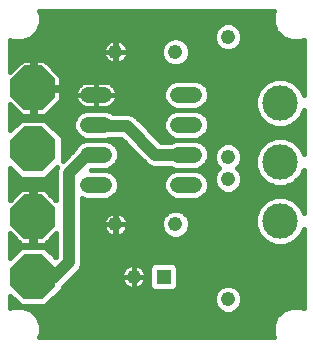
<source format=gbl>
G75*
G70*
%OFA0B0*%
%FSLAX24Y24*%
%IPPOS*%
%LPD*%
%AMOC8*
5,1,8,0,0,1.08239X$1,22.5*
%
%ADD10C,0.0520*%
%ADD11C,0.0476*%
%ADD12R,0.0476X0.0476*%
%ADD13C,0.1181*%
%ADD14OC8,0.1500*%
%ADD15C,0.0400*%
%ADD16C,0.0160*%
D10*
X003274Y005667D02*
X003794Y005667D01*
X003794Y006667D02*
X003274Y006667D01*
X003274Y007667D02*
X003794Y007667D01*
X003794Y008667D02*
X003274Y008667D01*
X006274Y008667D02*
X006794Y008667D01*
X006794Y007667D02*
X006274Y007667D01*
X006274Y006667D02*
X006794Y006667D01*
X006794Y005667D02*
X006274Y005667D01*
D11*
X006181Y004351D03*
X004783Y002603D03*
X004181Y004351D03*
X007931Y005851D03*
X007931Y006601D03*
X006181Y010101D03*
X007931Y010601D03*
X004181Y010101D03*
X007931Y001851D03*
D12*
X005783Y002603D03*
D13*
X009660Y004465D03*
X009660Y006434D03*
X009660Y008402D03*
D14*
X001445Y008883D03*
X001431Y006851D03*
X001431Y004601D03*
X001431Y002601D03*
D15*
X001481Y002551D01*
X002106Y002551D01*
X002631Y003076D01*
X002631Y006051D01*
X003247Y006667D01*
X003534Y006667D01*
X003575Y007626D02*
X003534Y007667D01*
X003575Y007626D02*
X004556Y007626D01*
X005515Y006667D01*
X006534Y006667D01*
D16*
X000661Y001971D02*
X000661Y001557D01*
X000781Y001606D01*
X001082Y001606D01*
X001359Y001491D01*
X001572Y001279D01*
X001687Y001001D01*
X001687Y000700D01*
X001637Y000581D01*
X009475Y000581D01*
X009426Y000700D01*
X009426Y001001D01*
X009541Y001279D01*
X009753Y001491D01*
X010031Y001606D01*
X010332Y001606D01*
X010451Y001557D01*
X010451Y004205D01*
X010364Y003995D01*
X010131Y003761D01*
X009826Y003635D01*
X009495Y003635D01*
X009190Y003761D01*
X008956Y003995D01*
X008830Y004300D01*
X008830Y004631D01*
X008956Y004936D01*
X009190Y005169D01*
X009495Y005296D01*
X009826Y005296D01*
X010131Y005169D01*
X010364Y004936D01*
X010451Y004726D01*
X010451Y006173D01*
X010364Y005963D01*
X010131Y005730D01*
X009826Y005603D01*
X009495Y005603D01*
X009190Y005730D01*
X008956Y005963D01*
X008830Y006269D01*
X008830Y006599D01*
X008956Y006904D01*
X009190Y007138D01*
X009495Y007264D01*
X009826Y007264D01*
X010131Y007138D01*
X010364Y006904D01*
X010451Y006694D01*
X010451Y008142D01*
X010364Y007932D01*
X010131Y007698D01*
X009826Y007572D01*
X009495Y007572D01*
X009190Y007698D01*
X008956Y007932D01*
X008830Y008237D01*
X008830Y008568D01*
X008956Y008873D01*
X009190Y009106D01*
X009495Y009233D01*
X009826Y009233D01*
X010131Y009106D01*
X010364Y008873D01*
X010451Y008663D01*
X010451Y010495D01*
X010332Y010445D01*
X010031Y010445D01*
X009753Y010560D01*
X009541Y010773D01*
X009426Y011050D01*
X009426Y011351D01*
X009475Y011471D01*
X001637Y011471D01*
X001687Y011351D01*
X001687Y011050D01*
X001572Y010773D01*
X001359Y010560D01*
X001082Y010445D01*
X000781Y010445D01*
X000661Y010495D01*
X000661Y009414D01*
X001060Y009813D01*
X001388Y009813D01*
X001388Y008941D01*
X001503Y008941D01*
X001503Y009813D01*
X001831Y009813D01*
X002375Y009268D01*
X002375Y008940D01*
X001503Y008940D01*
X001503Y008825D01*
X001503Y007953D01*
X001831Y007953D01*
X002375Y008498D01*
X002375Y008825D01*
X001503Y008825D01*
X001388Y008825D01*
X001388Y007953D01*
X001060Y007953D01*
X000661Y008352D01*
X000661Y007481D01*
X001021Y007841D01*
X001841Y007841D01*
X002421Y007261D01*
X002421Y006463D01*
X002810Y006851D01*
X002851Y006950D01*
X002991Y007091D01*
X003175Y007167D01*
X003894Y007167D01*
X003940Y007186D01*
X004374Y007186D01*
X005266Y006294D01*
X005428Y006227D01*
X005603Y006227D01*
X006030Y006227D01*
X006175Y006167D01*
X006894Y006167D01*
X007078Y006243D01*
X007218Y006384D01*
X007294Y006567D01*
X007294Y006766D01*
X007218Y006950D01*
X007078Y007091D01*
X006894Y007167D01*
X007078Y007243D01*
X007218Y007384D01*
X007294Y007567D01*
X007294Y007766D01*
X007218Y007950D01*
X007078Y008091D01*
X006894Y008167D01*
X007078Y008243D01*
X007218Y008384D01*
X007294Y008567D01*
X007294Y008766D01*
X007218Y008950D01*
X007078Y009091D01*
X006894Y009167D01*
X006175Y009167D01*
X005991Y009091D01*
X005851Y008950D01*
X005774Y008766D01*
X005774Y008567D01*
X005851Y008384D01*
X005991Y008243D01*
X006175Y008167D01*
X006894Y008167D01*
X006175Y008167D01*
X005991Y008091D01*
X005851Y007950D01*
X005774Y007766D01*
X005774Y007567D01*
X005851Y007384D01*
X005991Y007243D01*
X006175Y007167D01*
X006894Y007167D01*
X006175Y007167D01*
X006030Y007107D01*
X005698Y007107D01*
X004929Y007875D01*
X004806Y007999D01*
X004644Y008066D01*
X004102Y008066D01*
X004078Y008091D01*
X003894Y008167D01*
X003175Y008167D01*
X002991Y008091D01*
X002851Y007950D01*
X002774Y007766D01*
X002774Y007567D01*
X002851Y007384D01*
X002991Y007243D01*
X003175Y007167D01*
X003894Y007167D01*
X004078Y007091D01*
X004218Y006950D01*
X004294Y006766D01*
X004294Y006567D01*
X004218Y006384D01*
X004078Y006243D01*
X003894Y006167D01*
X003370Y006167D01*
X003370Y006167D01*
X003894Y006167D01*
X004078Y006091D01*
X004218Y005950D01*
X004294Y005766D01*
X004294Y005567D01*
X004218Y005384D01*
X004078Y005243D01*
X003894Y005167D01*
X003175Y005167D01*
X003071Y005210D01*
X003071Y003163D01*
X003071Y002988D01*
X003004Y002827D01*
X002479Y002302D01*
X002421Y002244D01*
X002421Y002191D01*
X001841Y001611D01*
X001021Y001611D01*
X000661Y001971D01*
X000661Y001845D02*
X000787Y001845D01*
X000661Y001686D02*
X000946Y001686D01*
X001272Y001528D02*
X007579Y001528D01*
X007526Y001580D02*
X007661Y001446D01*
X007836Y001373D01*
X008026Y001373D01*
X008202Y001446D01*
X008336Y001580D01*
X008409Y001756D01*
X008409Y001946D01*
X008336Y002121D01*
X008202Y002256D01*
X008026Y002329D01*
X007836Y002329D01*
X007661Y002256D01*
X007526Y002121D01*
X007454Y001946D01*
X007454Y001756D01*
X007526Y001580D01*
X007482Y001686D02*
X001917Y001686D01*
X002075Y001845D02*
X007454Y001845D01*
X007477Y002003D02*
X002234Y002003D01*
X002393Y002162D02*
X005409Y002162D01*
X005410Y002161D02*
X005498Y002125D01*
X006069Y002125D01*
X006157Y002161D01*
X006225Y002229D01*
X006261Y002317D01*
X006261Y002888D01*
X006225Y002976D01*
X006157Y003044D01*
X006069Y003081D01*
X005498Y003081D01*
X005410Y003044D01*
X005342Y002976D01*
X005306Y002888D01*
X005306Y002317D01*
X005342Y002229D01*
X005410Y002161D01*
X005306Y002320D02*
X005092Y002320D01*
X005102Y002331D02*
X005141Y002384D01*
X005171Y002442D01*
X005191Y002505D01*
X005201Y002570D01*
X005201Y002603D01*
X005201Y002636D01*
X005191Y002701D01*
X005171Y002763D01*
X005141Y002822D01*
X005102Y002875D01*
X005056Y002921D01*
X005002Y002960D01*
X004944Y002990D01*
X004881Y003010D01*
X004816Y003021D01*
X004784Y003021D01*
X004784Y002603D01*
X005201Y002603D01*
X004784Y002603D01*
X004784Y002603D01*
X004783Y002603D01*
X004783Y002603D01*
X004366Y002603D01*
X004366Y002636D01*
X004376Y002701D01*
X004396Y002763D01*
X004426Y002822D01*
X004465Y002875D01*
X004511Y002921D01*
X004564Y002960D01*
X004623Y002990D01*
X004686Y003010D01*
X004750Y003021D01*
X004783Y003021D01*
X004783Y002603D01*
X004366Y002603D01*
X004366Y002570D01*
X004376Y002505D01*
X004396Y002442D01*
X004426Y002384D01*
X004465Y002331D01*
X004511Y002284D01*
X004564Y002245D01*
X004623Y002216D01*
X004686Y002195D01*
X004750Y002185D01*
X004783Y002185D01*
X004783Y002602D01*
X004784Y002602D01*
X004784Y002185D01*
X004816Y002185D01*
X004881Y002195D01*
X004944Y002216D01*
X005002Y002245D01*
X005056Y002284D01*
X005102Y002331D01*
X005182Y002479D02*
X005306Y002479D01*
X005306Y002637D02*
X005201Y002637D01*
X005154Y002796D02*
X005306Y002796D01*
X005333Y002955D02*
X005010Y002955D01*
X004784Y002955D02*
X004783Y002955D01*
X004783Y002796D02*
X004784Y002796D01*
X004783Y002637D02*
X004784Y002637D01*
X004783Y002479D02*
X004784Y002479D01*
X004783Y002320D02*
X004784Y002320D01*
X004475Y002320D02*
X002498Y002320D01*
X002657Y002479D02*
X004384Y002479D01*
X004366Y002637D02*
X002815Y002637D01*
X002974Y002796D02*
X004413Y002796D01*
X004557Y002955D02*
X003057Y002955D01*
X003071Y003113D02*
X010451Y003113D01*
X010451Y002955D02*
X006234Y002955D01*
X006261Y002796D02*
X010451Y002796D01*
X010451Y002637D02*
X006261Y002637D01*
X006261Y002479D02*
X010451Y002479D01*
X010451Y002320D02*
X008046Y002320D01*
X007817Y002320D02*
X006261Y002320D01*
X006157Y002162D02*
X007567Y002162D01*
X008296Y002162D02*
X010451Y002162D01*
X010451Y002003D02*
X008385Y002003D01*
X008409Y001845D02*
X010451Y001845D01*
X010451Y001686D02*
X008380Y001686D01*
X008284Y001528D02*
X009841Y001528D01*
X009631Y001369D02*
X001482Y001369D01*
X001600Y001211D02*
X009513Y001211D01*
X009447Y001052D02*
X001666Y001052D01*
X001687Y000894D02*
X009426Y000894D01*
X009426Y000735D02*
X001687Y000735D01*
X002183Y003249D02*
X001841Y003591D01*
X001021Y003591D01*
X000661Y003231D01*
X000661Y004056D01*
X001046Y003671D01*
X001374Y003671D01*
X001374Y004543D01*
X001489Y004543D01*
X001489Y003671D01*
X001817Y003671D01*
X002191Y004046D01*
X002191Y003258D01*
X002183Y003249D01*
X002191Y003272D02*
X002161Y003272D01*
X002191Y003430D02*
X002002Y003430D01*
X001843Y003589D02*
X002191Y003589D01*
X002191Y003747D02*
X001893Y003747D01*
X002052Y003906D02*
X002191Y003906D01*
X001489Y003906D02*
X001374Y003906D01*
X001374Y004064D02*
X001489Y004064D01*
X001489Y004223D02*
X001374Y004223D01*
X001374Y004381D02*
X001489Y004381D01*
X001489Y004540D02*
X001374Y004540D01*
X001374Y004659D02*
X001374Y005531D01*
X001046Y005531D01*
X000661Y005146D01*
X000661Y006221D01*
X001021Y005861D01*
X001841Y005861D01*
X002243Y006262D01*
X002191Y006138D01*
X002191Y005156D01*
X001817Y005531D01*
X001489Y005531D01*
X001489Y004659D01*
X001374Y004659D01*
X001374Y004699D02*
X001489Y004699D01*
X001489Y004857D02*
X001374Y004857D01*
X001374Y005016D02*
X001489Y005016D01*
X001489Y005174D02*
X001374Y005174D01*
X001374Y005333D02*
X001489Y005333D01*
X001489Y005491D02*
X001374Y005491D01*
X001007Y005491D02*
X000661Y005491D01*
X000661Y005650D02*
X002191Y005650D01*
X002191Y005808D02*
X000661Y005808D01*
X000661Y005967D02*
X000915Y005967D01*
X000757Y006125D02*
X000661Y006125D01*
X000661Y005333D02*
X000848Y005333D01*
X000690Y005174D02*
X000661Y005174D01*
X000661Y003906D02*
X000811Y003906D01*
X000661Y003747D02*
X000970Y003747D01*
X001019Y003589D02*
X000661Y003589D01*
X000661Y003430D02*
X000861Y003430D01*
X000702Y003272D02*
X000661Y003272D01*
X001374Y003747D02*
X001489Y003747D01*
X002173Y005174D02*
X002191Y005174D01*
X002191Y005333D02*
X002015Y005333D01*
X001856Y005491D02*
X002191Y005491D01*
X002191Y005967D02*
X001948Y005967D01*
X002106Y006125D02*
X002191Y006125D01*
X002421Y006601D02*
X002559Y006601D01*
X002421Y006760D02*
X002718Y006760D01*
X002837Y006918D02*
X002421Y006918D01*
X002421Y007077D02*
X002977Y007077D01*
X003010Y007235D02*
X002421Y007235D01*
X002288Y007394D02*
X002846Y007394D01*
X002781Y007552D02*
X002130Y007552D01*
X001971Y007711D02*
X002774Y007711D01*
X002817Y007869D02*
X000661Y007869D01*
X000661Y007711D02*
X000891Y007711D01*
X000733Y007552D02*
X000661Y007552D01*
X000661Y008028D02*
X000985Y008028D01*
X000826Y008186D02*
X000661Y008186D01*
X000661Y008345D02*
X000668Y008345D01*
X001388Y008345D02*
X001503Y008345D01*
X001503Y008186D02*
X001388Y008186D01*
X001388Y008028D02*
X001503Y008028D01*
X001906Y008028D02*
X002928Y008028D01*
X003044Y008290D02*
X003105Y008259D01*
X003171Y008238D01*
X003240Y008227D01*
X003534Y008227D01*
X003534Y008666D01*
X003535Y008666D01*
X003535Y008227D01*
X003829Y008227D01*
X003897Y008238D01*
X003963Y008259D01*
X004025Y008290D01*
X004081Y008331D01*
X004130Y008380D01*
X004171Y008436D01*
X004202Y008498D01*
X004224Y008564D01*
X004234Y008632D01*
X004234Y008667D01*
X004234Y008701D01*
X004224Y008770D01*
X004202Y008836D01*
X004171Y008897D01*
X004130Y008953D01*
X004081Y009002D01*
X004025Y009043D01*
X003963Y009075D01*
X003897Y009096D01*
X003829Y009107D01*
X003535Y009107D01*
X003535Y008667D01*
X004234Y008667D01*
X003535Y008667D01*
X003535Y008667D01*
X003534Y008667D01*
X003534Y008667D01*
X002834Y008667D01*
X002834Y008701D01*
X002845Y008770D01*
X002867Y008836D01*
X002898Y008897D01*
X002939Y008953D01*
X002988Y009002D01*
X003044Y009043D01*
X003105Y009075D01*
X003171Y009096D01*
X003240Y009107D01*
X003534Y009107D01*
X003534Y008667D01*
X002834Y008667D01*
X002834Y008632D01*
X002845Y008564D01*
X002867Y008498D01*
X002898Y008436D01*
X002939Y008380D01*
X002988Y008331D01*
X003044Y008290D01*
X002974Y008345D02*
X002223Y008345D01*
X002375Y008504D02*
X002865Y008504D01*
X002834Y008662D02*
X002375Y008662D01*
X002375Y008821D02*
X002862Y008821D01*
X002965Y008979D02*
X002375Y008979D01*
X002375Y009138D02*
X006105Y009138D01*
X005880Y008979D02*
X004104Y008979D01*
X004207Y008821D02*
X005797Y008821D01*
X005774Y008662D02*
X004234Y008662D01*
X004204Y008504D02*
X005801Y008504D01*
X005889Y008345D02*
X004095Y008345D01*
X003535Y008345D02*
X003534Y008345D01*
X003534Y008504D02*
X003535Y008504D01*
X003534Y008662D02*
X003535Y008662D01*
X003534Y008821D02*
X003535Y008821D01*
X003534Y008979D02*
X003535Y008979D01*
X003962Y009743D02*
X004021Y009714D01*
X004084Y009693D01*
X004149Y009683D01*
X004181Y009683D01*
X004181Y010100D01*
X004182Y010100D01*
X004182Y010101D02*
X004182Y010101D01*
X004599Y010101D01*
X004599Y010134D01*
X004589Y010199D01*
X004569Y010261D01*
X004539Y010320D01*
X004500Y010373D01*
X004454Y010419D01*
X004400Y010458D01*
X004342Y010488D01*
X004279Y010508D01*
X004214Y010519D01*
X004182Y010519D01*
X004182Y010101D01*
X004599Y010101D01*
X004599Y010068D01*
X004589Y010003D01*
X004569Y009940D01*
X004539Y009882D01*
X004500Y009829D01*
X004454Y009782D01*
X004400Y009743D01*
X004342Y009714D01*
X004279Y009693D01*
X004214Y009683D01*
X004182Y009683D01*
X004182Y010100D01*
X004181Y010101D02*
X003764Y010101D01*
X004181Y010101D01*
X004181Y010101D01*
X004181Y010519D01*
X004149Y010519D01*
X004084Y010508D01*
X004021Y010488D01*
X003962Y010458D01*
X003909Y010419D01*
X003863Y010373D01*
X003824Y010320D01*
X003794Y010261D01*
X003774Y010199D01*
X003764Y010134D01*
X003764Y010101D01*
X003764Y010068D01*
X003774Y010003D01*
X003794Y009940D01*
X003824Y009882D01*
X003863Y009829D01*
X003909Y009782D01*
X003962Y009743D01*
X003923Y009772D02*
X001871Y009772D01*
X002030Y009613D02*
X010451Y009613D01*
X010451Y009455D02*
X002189Y009455D01*
X002347Y009296D02*
X010451Y009296D01*
X010451Y009138D02*
X010055Y009138D01*
X010258Y008979D02*
X010451Y008979D01*
X010451Y008821D02*
X010386Y008821D01*
X010404Y008028D02*
X010451Y008028D01*
X010451Y007869D02*
X010302Y007869D01*
X010451Y007711D02*
X010144Y007711D01*
X010451Y007552D02*
X007288Y007552D01*
X007222Y007394D02*
X010451Y007394D01*
X010451Y007235D02*
X009896Y007235D01*
X010192Y007077D02*
X010451Y007077D01*
X010451Y006918D02*
X010351Y006918D01*
X010424Y006760D02*
X010451Y006760D01*
X010432Y006125D02*
X010451Y006125D01*
X010451Y005967D02*
X010366Y005967D01*
X010451Y005808D02*
X010209Y005808D01*
X010451Y005650D02*
X009938Y005650D01*
X010119Y005174D02*
X010451Y005174D01*
X010451Y005016D02*
X010285Y005016D01*
X010397Y004857D02*
X010451Y004857D01*
X010451Y005333D02*
X007167Y005333D01*
X007218Y005384D02*
X007078Y005243D01*
X006894Y005167D01*
X006175Y005167D01*
X005991Y005243D01*
X005851Y005384D01*
X005774Y005567D01*
X005774Y005766D01*
X005851Y005950D01*
X005991Y006091D01*
X006175Y006167D01*
X006894Y006167D01*
X007078Y006091D01*
X007218Y005950D01*
X007294Y005766D01*
X007294Y005567D01*
X007218Y005384D01*
X007263Y005491D02*
X007615Y005491D01*
X007661Y005446D02*
X007526Y005580D01*
X007454Y005756D01*
X007454Y005946D01*
X007526Y006121D01*
X007631Y006226D01*
X007526Y006330D01*
X007454Y006506D01*
X007454Y006696D01*
X007526Y006871D01*
X007661Y007006D01*
X007836Y007079D01*
X008026Y007079D01*
X008202Y007006D01*
X008336Y006871D01*
X008409Y006696D01*
X008409Y006506D01*
X008336Y006330D01*
X008232Y006226D01*
X008336Y006121D01*
X008409Y005946D01*
X008409Y005756D01*
X008336Y005580D01*
X008202Y005446D01*
X008026Y005373D01*
X007836Y005373D01*
X007661Y005446D01*
X007497Y005650D02*
X007294Y005650D01*
X007277Y005808D02*
X007454Y005808D01*
X007462Y005967D02*
X007201Y005967D01*
X006994Y006125D02*
X007530Y006125D01*
X007572Y006284D02*
X007119Y006284D01*
X007243Y006443D02*
X007480Y006443D01*
X007454Y006601D02*
X007294Y006601D01*
X007294Y006760D02*
X007480Y006760D01*
X007573Y006918D02*
X007231Y006918D01*
X007092Y007077D02*
X007832Y007077D01*
X008031Y007077D02*
X009129Y007077D01*
X008970Y006918D02*
X008290Y006918D01*
X008383Y006760D02*
X008896Y006760D01*
X008831Y006601D02*
X008409Y006601D01*
X008383Y006443D02*
X008830Y006443D01*
X008830Y006284D02*
X008290Y006284D01*
X008332Y006125D02*
X008889Y006125D01*
X008955Y005967D02*
X008400Y005967D01*
X008409Y005808D02*
X009111Y005808D01*
X009383Y005650D02*
X008365Y005650D01*
X008248Y005491D02*
X010451Y005491D01*
X009202Y005174D02*
X006912Y005174D01*
X006452Y004756D02*
X006276Y004829D01*
X006086Y004829D01*
X005911Y004756D01*
X005776Y004621D01*
X005704Y004446D01*
X005704Y004256D01*
X005776Y004080D01*
X005911Y003946D01*
X006086Y003873D01*
X006276Y003873D01*
X006452Y003946D01*
X006586Y004080D01*
X006659Y004256D01*
X006659Y004446D01*
X006586Y004621D01*
X006452Y004756D01*
X006509Y004699D02*
X008858Y004699D01*
X008830Y004540D02*
X006620Y004540D01*
X006659Y004381D02*
X008830Y004381D01*
X008862Y004223D02*
X006646Y004223D01*
X006571Y004064D02*
X008928Y004064D01*
X009045Y003906D02*
X006356Y003906D01*
X006007Y003906D02*
X003071Y003906D01*
X003071Y004064D02*
X003877Y004064D01*
X003863Y004079D02*
X003909Y004032D01*
X003962Y003993D01*
X004021Y003964D01*
X004084Y003943D01*
X004149Y003933D01*
X004181Y003933D01*
X004181Y004350D01*
X004182Y004350D01*
X004182Y004351D02*
X004182Y004351D01*
X004599Y004351D01*
X004599Y004384D01*
X004589Y004449D01*
X004569Y004511D01*
X004539Y004570D01*
X004500Y004623D01*
X004454Y004669D01*
X004400Y004708D01*
X004342Y004738D01*
X004279Y004758D01*
X004214Y004769D01*
X004182Y004769D01*
X004182Y004351D01*
X004599Y004351D01*
X004599Y004318D01*
X004589Y004253D01*
X004569Y004190D01*
X004539Y004132D01*
X004500Y004079D01*
X004454Y004032D01*
X004400Y003993D01*
X004342Y003964D01*
X004279Y003943D01*
X004214Y003933D01*
X004182Y003933D01*
X004182Y004350D01*
X004181Y004351D02*
X003764Y004351D01*
X004181Y004351D01*
X004181Y004351D01*
X004181Y004769D01*
X004149Y004769D01*
X004084Y004758D01*
X004021Y004738D01*
X003962Y004708D01*
X003909Y004669D01*
X003863Y004623D01*
X003824Y004570D01*
X003794Y004511D01*
X003774Y004449D01*
X003764Y004384D01*
X003764Y004351D01*
X003764Y004318D01*
X003774Y004253D01*
X003794Y004190D01*
X003824Y004132D01*
X003863Y004079D01*
X003784Y004223D02*
X003071Y004223D01*
X003071Y004381D02*
X003764Y004381D01*
X003809Y004540D02*
X003071Y004540D01*
X003071Y004699D02*
X003949Y004699D01*
X004181Y004699D02*
X004182Y004699D01*
X004181Y004540D02*
X004182Y004540D01*
X004181Y004381D02*
X004182Y004381D01*
X004182Y004351D02*
X004181Y004351D01*
X004181Y004223D02*
X004182Y004223D01*
X004181Y004064D02*
X004182Y004064D01*
X004486Y004064D02*
X005792Y004064D01*
X005717Y004223D02*
X004579Y004223D01*
X004599Y004381D02*
X005704Y004381D01*
X005743Y004540D02*
X004554Y004540D01*
X004414Y004699D02*
X005853Y004699D01*
X006157Y005174D02*
X003912Y005174D01*
X004167Y005333D02*
X005901Y005333D01*
X005806Y005491D02*
X004263Y005491D01*
X004294Y005650D02*
X005774Y005650D01*
X005792Y005808D02*
X004277Y005808D01*
X004201Y005967D02*
X005867Y005967D01*
X006075Y006125D02*
X003994Y006125D01*
X004119Y006284D02*
X005290Y006284D01*
X005117Y006443D02*
X004243Y006443D01*
X004294Y006601D02*
X004959Y006601D01*
X004800Y006760D02*
X004294Y006760D01*
X004231Y006918D02*
X004642Y006918D01*
X004483Y007077D02*
X004092Y007077D01*
X004735Y008028D02*
X005928Y008028D01*
X005817Y007869D02*
X004935Y007869D01*
X005094Y007711D02*
X005774Y007711D01*
X005781Y007552D02*
X005252Y007552D01*
X005411Y007394D02*
X005846Y007394D01*
X006010Y007235D02*
X005569Y007235D01*
X006127Y008186D02*
X002064Y008186D01*
X001503Y008504D02*
X001388Y008504D01*
X001388Y008662D02*
X001503Y008662D01*
X001503Y008821D02*
X001388Y008821D01*
X001388Y008979D02*
X001503Y008979D01*
X001503Y009138D02*
X001388Y009138D01*
X001388Y009296D02*
X001503Y009296D01*
X001503Y009455D02*
X001388Y009455D01*
X001388Y009613D02*
X001503Y009613D01*
X001503Y009772D02*
X001388Y009772D01*
X001019Y009772D02*
X000661Y009772D01*
X000661Y009930D02*
X003799Y009930D01*
X003764Y010089D02*
X000661Y010089D01*
X000661Y010248D02*
X003790Y010248D01*
X003896Y010406D02*
X000661Y010406D01*
X001364Y010565D02*
X006053Y010565D01*
X006086Y010579D02*
X005911Y010506D01*
X005776Y010371D01*
X005704Y010196D01*
X005704Y010006D01*
X005776Y009830D01*
X005911Y009696D01*
X006086Y009623D01*
X006276Y009623D01*
X006452Y009696D01*
X006586Y009830D01*
X006659Y010006D01*
X006659Y010196D01*
X006586Y010371D01*
X006452Y010506D01*
X006276Y010579D01*
X006086Y010579D01*
X006310Y010565D02*
X007454Y010565D01*
X007454Y010506D02*
X007526Y010330D01*
X007661Y010196D01*
X007836Y010123D01*
X008026Y010123D01*
X008202Y010196D01*
X008336Y010330D01*
X008409Y010506D01*
X008409Y010696D01*
X008336Y010871D01*
X008202Y011006D01*
X008026Y011079D01*
X007836Y011079D01*
X007661Y011006D01*
X007526Y010871D01*
X007454Y010696D01*
X007454Y010506D01*
X007495Y010406D02*
X006552Y010406D01*
X006638Y010248D02*
X007609Y010248D01*
X007465Y010723D02*
X001522Y010723D01*
X001617Y010882D02*
X007537Y010882D01*
X007744Y011040D02*
X001683Y011040D01*
X001687Y011199D02*
X009426Y011199D01*
X009430Y011040D02*
X008119Y011040D01*
X008326Y010882D02*
X009496Y010882D01*
X009590Y010723D02*
X008398Y010723D01*
X008409Y010565D02*
X009749Y010565D01*
X010451Y010406D02*
X008368Y010406D01*
X008254Y010248D02*
X010451Y010248D01*
X010451Y010089D02*
X006659Y010089D01*
X006628Y009930D02*
X010451Y009930D01*
X010451Y009772D02*
X006528Y009772D01*
X006964Y009138D02*
X009266Y009138D01*
X009063Y008979D02*
X007189Y008979D01*
X007272Y008821D02*
X008935Y008821D01*
X008869Y008662D02*
X007294Y008662D01*
X007268Y008504D02*
X008830Y008504D01*
X008830Y008345D02*
X007180Y008345D01*
X006941Y008186D02*
X008851Y008186D01*
X008916Y008028D02*
X007140Y008028D01*
X007252Y007869D02*
X009019Y007869D01*
X009177Y007711D02*
X007294Y007711D01*
X007059Y007235D02*
X009425Y007235D01*
X009036Y005016D02*
X003071Y005016D01*
X003071Y005174D02*
X003157Y005174D01*
X003071Y004857D02*
X008924Y004857D01*
X009224Y003747D02*
X003071Y003747D01*
X003071Y003589D02*
X010451Y003589D01*
X010451Y003747D02*
X010097Y003747D01*
X010275Y003906D02*
X010451Y003906D01*
X010451Y004064D02*
X010393Y004064D01*
X010451Y003430D02*
X003071Y003430D01*
X003071Y003272D02*
X010451Y003272D01*
X005835Y009772D02*
X004440Y009772D01*
X004564Y009930D02*
X005735Y009930D01*
X005704Y010089D02*
X004599Y010089D01*
X004573Y010248D02*
X005725Y010248D01*
X005811Y010406D02*
X004467Y010406D01*
X004182Y010406D02*
X004181Y010406D01*
X004181Y010248D02*
X004182Y010248D01*
X004182Y010101D02*
X004181Y010101D01*
X004181Y010089D02*
X004182Y010089D01*
X004181Y009930D02*
X004182Y009930D01*
X004181Y009772D02*
X004182Y009772D01*
X001684Y011357D02*
X009428Y011357D01*
X000861Y009613D02*
X000661Y009613D01*
X000661Y009455D02*
X000702Y009455D01*
M02*

</source>
